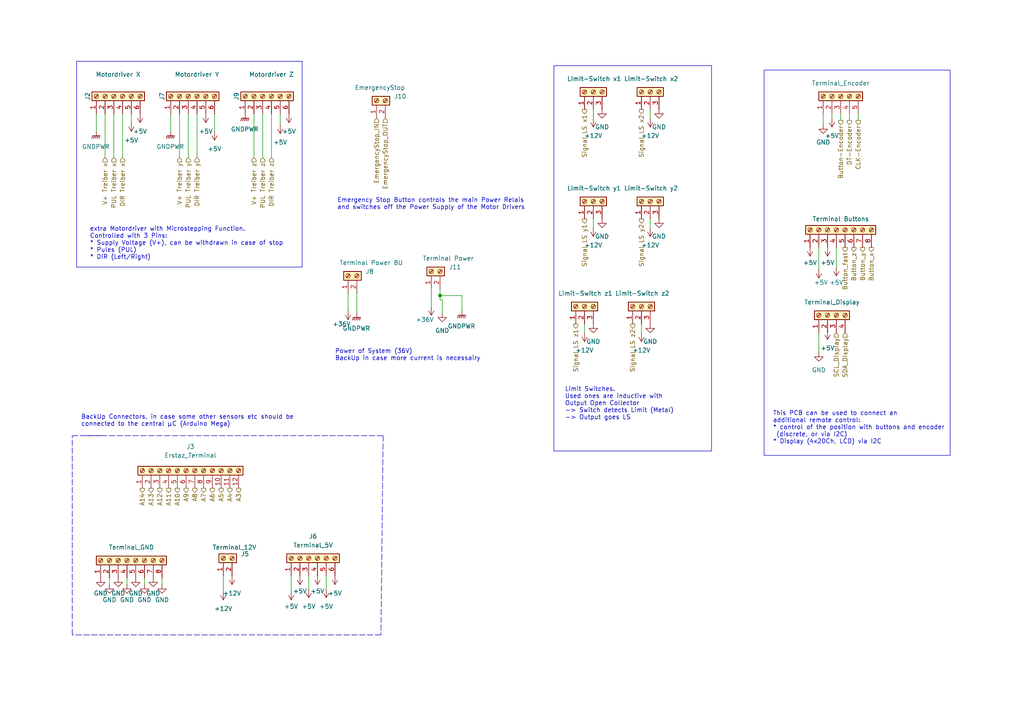
<source format=kicad_sch>
(kicad_sch (version 20231120) (generator "eeschema") (generator_version "8.0")
  (paper "A4")
  (lib_symbols
    (symbol "Connector:Screw_Terminal_01x02" (pin_names (offset 1.016) hide)
      (property "Reference" "J" (at 0 2.54 0))
      (property "Value" "Screw_Terminal_01x02" (at 0 -5.08 0))
      (symbol "Screw_Terminal_01x02_1_1"
        (rectangle (start -1.27 1.27) (end 1.27 -3.81) (stroke (width 0.254)) (fill (type background)))
        (circle (center 0 -2.54) (radius 0.635) (stroke (width 0.1524)))
        (polyline (pts (xy -0.5334 -2.2098) (xy 0.3302 -3.048)) (stroke (width 0.1524)))
        (polyline (pts (xy -0.5334 0.3302) (xy 0.3302 -0.508)) (stroke (width 0.1524)))
        (polyline (pts (xy -0.3556 -2.032) (xy 0.508 -2.8702)) (stroke (width 0.1524)))
        (polyline (pts (xy -0.3556 0.508) (xy 0.508 -0.3302)) (stroke (width 0.1524)))
        (circle (center 0 0) (radius 0.635) (stroke (width 0.1524)))
        (pin passive line (at -5.08 0 0) (length 3.81) (name "Pin_1") (number "1"))
        (pin passive line (at -5.08 -2.54 0) (length 3.81) (name "Pin_2") (number "2"))
      )
    )
    (symbol "Connector:Screw_Terminal_01x03" (pin_names (offset 1.016) hide)
      (property "Reference" "J" (at 0 5.08 0))
      (property "Value" "Screw_Terminal_01x03" (at 0 -5.08 0))
      (symbol "Screw_Terminal_01x03_1_1"
        (rectangle (start -1.27 3.81) (end 1.27 -3.81) (stroke (width 0.254)) (fill (type background)))
        (circle (center 0 -2.54) (radius 0.635) (stroke (width 0.1524)))
        (polyline (pts (xy -0.5334 -2.2098) (xy 0.3302 -3.048)) (stroke (width 0.1524)))
        (polyline (pts (xy -0.5334 0.3302) (xy 0.3302 -0.508)) (stroke (width 0.1524)))
        (polyline (pts (xy -0.5334 2.8702) (xy 0.3302 2.032)) (stroke (width 0.1524)))
        (polyline (pts (xy -0.3556 -2.032) (xy 0.508 -2.8702)) (stroke (width 0.1524)))
        (polyline (pts (xy -0.3556 0.508) (xy 0.508 -0.3302)) (stroke (width 0.1524)))
        (polyline (pts (xy -0.3556 3.048) (xy 0.508 2.2098)) (stroke (width 0.1524)))
        (circle (center 0 0) (radius 0.635) (stroke (width 0.1524)))
        (circle (center 0 2.54) (radius 0.635) (stroke (width 0.1524)))
        (pin passive line (at -5.08 2.54 0) (length 3.81) (name "Pin_1") (number "1"))
        (pin passive line (at -5.08 0 0) (length 3.81) (name "Pin_2") (number "2"))
        (pin passive line (at -5.08 -2.54 0) (length 3.81) (name "Pin_3") (number "3"))
      )
    )
    (symbol "Connector:Screw_Terminal_01x04" (pin_names (offset 1.016) hide)
      (property "Reference" "J" (at 0 5.08 0))
      (property "Value" "Screw_Terminal_01x04" (at 0 -7.62 0))
      (symbol "Screw_Terminal_01x04_1_1"
        (rectangle (start -1.27 3.81) (end 1.27 -6.35) (stroke (width 0.254)) (fill (type background)))
        (circle (center 0 -5.08) (radius 0.635) (stroke (width 0.1524)))
        (circle (center 0 -2.54) (radius 0.635) (stroke (width 0.1524)))
        (polyline (pts (xy -0.5334 -4.7498) (xy 0.3302 -5.588)) (stroke (width 0.1524)))
        (polyline (pts (xy -0.5334 -2.2098) (xy 0.3302 -3.048)) (stroke (width 0.1524)))
        (polyline (pts (xy -0.5334 0.3302) (xy 0.3302 -0.508)) (stroke (width 0.1524)))
        (polyline (pts (xy -0.5334 2.8702) (xy 0.3302 2.032)) (stroke (width 0.1524)))
        (polyline (pts (xy -0.3556 -4.572) (xy 0.508 -5.4102)) (stroke (width 0.1524)))
        (polyline (pts (xy -0.3556 -2.032) (xy 0.508 -2.8702)) (stroke (width 0.1524)))
        (polyline (pts (xy -0.3556 0.508) (xy 0.508 -0.3302)) (stroke (width 0.1524)))
        (polyline (pts (xy -0.3556 3.048) (xy 0.508 2.2098)) (stroke (width 0.1524)))
        (circle (center 0 0) (radius 0.635) (stroke (width 0.1524)))
        (circle (center 0 2.54) (radius 0.635) (stroke (width 0.1524)))
        (pin passive line (at -5.08 2.54 0) (length 3.81) (name "Pin_1") (number "1"))
        (pin passive line (at -5.08 0 0) (length 3.81) (name "Pin_2") (number "2"))
        (pin passive line (at -5.08 -2.54 0) (length 3.81) (name "Pin_3") (number "3"))
        (pin passive line (at -5.08 -5.08 0) (length 3.81) (name "Pin_4") (number "4"))
      )
    )
    (symbol "Connector:Screw_Terminal_01x05" (pin_names (offset 1.016) hide)
      (property "Reference" "J" (at 0 7.62 0))
      (property "Value" "Screw_Terminal_01x05" (at 0 -7.62 0))
      (symbol "Screw_Terminal_01x05_1_1"
        (rectangle (start -1.27 6.35) (end 1.27 -6.35) (stroke (width 0.254)) (fill (type background)))
        (circle (center 0 -5.08) (radius 0.635) (stroke (width 0.1524)))
        (circle (center 0 -2.54) (radius 0.635) (stroke (width 0.1524)))
        (polyline (pts (xy -0.5334 -4.7498) (xy 0.3302 -5.588)) (stroke (width 0.1524)))
        (polyline (pts (xy -0.5334 -2.2098) (xy 0.3302 -3.048)) (stroke (width 0.1524)))
        (polyline (pts (xy -0.5334 0.3302) (xy 0.3302 -0.508)) (stroke (width 0.1524)))
        (polyline (pts (xy -0.5334 2.8702) (xy 0.3302 2.032)) (stroke (width 0.1524)))
        (polyline (pts (xy -0.5334 5.4102) (xy 0.3302 4.572)) (stroke (width 0.1524)))
        (polyline (pts (xy -0.3556 -4.572) (xy 0.508 -5.4102)) (stroke (width 0.1524)))
        (polyline (pts (xy -0.3556 -2.032) (xy 0.508 -2.8702)) (stroke (width 0.1524)))
        (polyline (pts (xy -0.3556 0.508) (xy 0.508 -0.3302)) (stroke (width 0.1524)))
        (polyline (pts (xy -0.3556 3.048) (xy 0.508 2.2098)) (stroke (width 0.1524)))
        (polyline (pts (xy -0.3556 5.588) (xy 0.508 4.7498)) (stroke (width 0.1524)))
        (circle (center 0 0) (radius 0.635) (stroke (width 0.1524)))
        (circle (center 0 2.54) (radius 0.635) (stroke (width 0.1524)))
        (circle (center 0 5.08) (radius 0.635) (stroke (width 0.1524)))
        (pin passive line (at -5.08 5.08 0) (length 3.81) (name "Pin_1") (number "1"))
        (pin passive line (at -5.08 2.54 0) (length 3.81) (name "Pin_2") (number "2"))
        (pin passive line (at -5.08 0 0) (length 3.81) (name "Pin_3") (number "3"))
        (pin passive line (at -5.08 -2.54 0) (length 3.81) (name "Pin_4") (number "4"))
        (pin passive line (at -5.08 -5.08 0) (length 3.81) (name "Pin_5") (number "5"))
      )
    )
    (symbol "Connector:Screw_Terminal_01x06" (pin_names (offset 1.016) hide)
      (property "Reference" "J" (at 0 7.62 0))
      (property "Value" "Screw_Terminal_01x06" (at 0 -10.16 0))
      (symbol "Screw_Terminal_01x06_1_1"
        (rectangle (start -1.27 6.35) (end 1.27 -8.89) (stroke (width 0.254)) (fill (type background)))
        (circle (center 0 -7.62) (radius 0.635) (stroke (width 0.1524)))
        (circle (center 0 -5.08) (radius 0.635) (stroke (width 0.1524)))
        (circle (center 0 -2.54) (radius 0.635) (stroke (width 0.1524)))
        (polyline (pts (xy -0.5334 -7.2898) (xy 0.3302 -8.128)) (stroke (width 0.1524)))
        (polyline (pts (xy -0.5334 -4.7498) (xy 0.3302 -5.588)) (stroke (width 0.1524)))
        (polyline (pts (xy -0.5334 -2.2098) (xy 0.3302 -3.048)) (stroke (width 0.1524)))
        (polyline (pts (xy -0.5334 0.3302) (xy 0.3302 -0.508)) (stroke (width 0.1524)))
        (polyline (pts (xy -0.5334 2.8702) (xy 0.3302 2.032)) (stroke (width 0.1524)))
        (polyline (pts (xy -0.5334 5.4102) (xy 0.3302 4.572)) (stroke (width 0.1524)))
        (polyline (pts (xy -0.3556 -7.112) (xy 0.508 -7.9502)) (stroke (width 0.1524)))
        (polyline (pts (xy -0.3556 -4.572) (xy 0.508 -5.4102)) (stroke (width 0.1524)))
        (polyline (pts (xy -0.3556 -2.032) (xy 0.508 -2.8702)) (stroke (width 0.1524)))
        (polyline (pts (xy -0.3556 0.508) (xy 0.508 -0.3302)) (stroke (width 0.1524)))
        (polyline (pts (xy -0.3556 3.048) (xy 0.508 2.2098)) (stroke (width 0.1524)))
        (polyline (pts (xy -0.3556 5.588) (xy 0.508 4.7498)) (stroke (width 0.1524)))
        (circle (center 0 0) (radius 0.635) (stroke (width 0.1524)))
        (circle (center 0 2.54) (radius 0.635) (stroke (width 0.1524)))
        (circle (center 0 5.08) (radius 0.635) (stroke (width 0.1524)))
        (pin passive line (at -5.08 5.08 0) (length 3.81) (name "Pin_1") (number "1"))
        (pin passive line (at -5.08 2.54 0) (length 3.81) (name "Pin_2") (number "2"))
        (pin passive line (at -5.08 0 0) (length 3.81) (name "Pin_3") (number "3"))
        (pin passive line (at -5.08 -2.54 0) (length 3.81) (name "Pin_4") (number "4"))
        (pin passive line (at -5.08 -5.08 0) (length 3.81) (name "Pin_5") (number "5"))
        (pin passive line (at -5.08 -7.62 0) (length 3.81) (name "Pin_6") (number "6"))
      )
    )
    (symbol "Connector:Screw_Terminal_01x08" (pin_names (offset 1.016) hide)
      (property "Reference" "J" (at 0 10.16 0))
      (property "Value" "Screw_Terminal_01x08" (at 0 -12.7 0))
      (symbol "Screw_Terminal_01x08_1_1"
        (rectangle (start -1.27 8.89) (end 1.27 -11.43) (stroke (width 0.254)) (fill (type background)))
        (circle (center 0 -10.16) (radius 0.635) (stroke (width 0.1524)))
        (circle (center 0 -7.62) (radius 0.635) (stroke (width 0.1524)))
        (circle (center 0 -5.08) (radius 0.635) (stroke (width 0.1524)))
        (circle (center 0 -2.54) (radius 0.635) (stroke (width 0.1524)))
        (polyline (pts (xy -0.5334 -9.8298) (xy 0.3302 -10.668)) (stroke (width 0.1524)))
        (polyline (pts (xy -0.5334 -7.2898) (xy 0.3302 -8.128)) (stroke (width 0.1524)))
        (polyline (pts (xy -0.5334 -4.7498) (xy 0.3302 -5.588)) (stroke (width 0.1524)))
        (polyline (pts (xy -0.5334 -2.2098) (xy 0.3302 -3.048)) (stroke (width 0.1524)))
        (polyline (pts (xy -0.5334 0.3302) (xy 0.3302 -0.508)) (stroke (width 0.1524)))
        (polyline (pts (xy -0.5334 2.8702) (xy 0.3302 2.032)) (stroke (width 0.1524)))
        (polyline (pts (xy -0.5334 5.4102) (xy 0.3302 4.572)) (stroke (width 0.1524)))
        (polyline (pts (xy -0.5334 7.9502) (xy 0.3302 7.112)) (stroke (width 0.1524)))
        (polyline (pts (xy -0.3556 -9.652) (xy 0.508 -10.4902)) (stroke (width 0.1524)))
        (polyline (pts (xy -0.3556 -7.112) (xy 0.508 -7.9502)) (stroke (width 0.1524)))
        (polyline (pts (xy -0.3556 -4.572) (xy 0.508 -5.4102)) (stroke (width 0.1524)))
        (polyline (pts (xy -0.3556 -2.032) (xy 0.508 -2.8702)) (stroke (width 0.1524)))
        (polyline (pts (xy -0.3556 0.508) (xy 0.508 -0.3302)) (stroke (width 0.1524)))
        (polyline (pts (xy -0.3556 3.048) (xy 0.508 2.2098)) (stroke (width 0.1524)))
        (polyline (pts (xy -0.3556 5.588) (xy 0.508 4.7498)) (stroke (width 0.1524)))
        (polyline (pts (xy -0.3556 8.128) (xy 0.508 7.2898)) (stroke (width 0.1524)))
        (circle (center 0 0) (radius 0.635) (stroke (width 0.1524)))
        (circle (center 0 2.54) (radius 0.635) (stroke (width 0.1524)))
        (circle (center 0 5.08) (radius 0.635) (stroke (width 0.1524)))
        (circle (center 0 7.62) (radius 0.635) (stroke (width 0.1524)))
        (pin passive line (at -5.08 7.62 0) (length 3.81) (name "Pin_1") (number "1"))
        (pin passive line (at -5.08 5.08 0) (length 3.81) (name "Pin_2") (number "2"))
        (pin passive line (at -5.08 2.54 0) (length 3.81) (name "Pin_3") (number "3"))
        (pin passive line (at -5.08 0 0) (length 3.81) (name "Pin_4") (number "4"))
        (pin passive line (at -5.08 -2.54 0) (length 3.81) (name "Pin_5") (number "5"))
        (pin passive line (at -5.08 -5.08 0) (length 3.81) (name "Pin_6") (number "6"))
        (pin passive line (at -5.08 -7.62 0) (length 3.81) (name "Pin_7") (number "7"))
        (pin passive line (at -5.08 -10.16 0) (length 3.81) (name "Pin_8") (number "8"))
      )
    )
    (symbol "Connector:Screw_Terminal_01x12" (pin_names (offset 1.016) hide)
      (property "Reference" "J" (at 0 15.24 0))
      (property "Value" "Screw_Terminal_01x12" (at 0 -17.78 0))
      (symbol "Screw_Terminal_01x12_1_1"
        (rectangle (start -1.27 13.97) (end 1.27 -16.51) (stroke (width 0.254)) (fill (type background)))
        (circle (center 0 -15.24) (radius 0.635) (stroke (width 0.1524)))
        (circle (center 0 -12.7) (radius 0.635) (stroke (width 0.1524)))
        (circle (center 0 -10.16) (radius 0.635) (stroke (width 0.1524)))
        (circle (center 0 -7.62) (radius 0.635) (stroke (width 0.1524)))
        (circle (center 0 -5.08) (radius 0.635) (stroke (width 0.1524)))
        (circle (center 0 -2.54) (radius 0.635) (stroke (width 0.1524)))
        (polyline (pts (xy -0.5334 -14.9098) (xy 0.3302 -15.748)) (stroke (width 0.1524)))
        (polyline (pts (xy -0.5334 -12.3698) (xy 0.3302 -13.208)) (stroke (width 0.1524)))
        (polyline (pts (xy -0.5334 -9.8298) (xy 0.3302 -10.668)) (stroke (width 0.1524)))
        (polyline (pts (xy -0.5334 -7.2898) (xy 0.3302 -8.128)) (stroke (width 0.1524)))
        (polyline (pts (xy -0.5334 -4.7498) (xy 0.3302 -5.588)) (stroke (width 0.1524)))
        (polyline (pts (xy -0.5334 -2.2098) (xy 0.3302 -3.048)) (stroke (width 0.1524)))
        (polyline (pts (xy -0.5334 0.3302) (xy 0.3302 -0.508)) (stroke (width 0.1524)))
        (polyline (pts (xy -0.5334 2.8702) (xy 0.3302 2.032)) (stroke (width 0.1524)))
        (polyline (pts (xy -0.5334 5.4102) (xy 0.3302 4.572)) (stroke (width 0.1524)))
        (polyline (pts (xy -0.5334 7.9502) (xy 0.3302 7.112)) (stroke (width 0.1524)))
        (polyline (pts (xy -0.5334 10.4902) (xy 0.3302 9.652)) (stroke (width 0.1524)))
        (polyline (pts (xy -0.5334 13.0302) (xy 0.3302 12.192)) (stroke (width 0.1524)))
        (polyline (pts (xy -0.3556 -14.732) (xy 0.508 -15.5702)) (stroke (width 0.1524)))
        (polyline (pts (xy -0.3556 -12.192) (xy 0.508 -13.0302)) (stroke (width 0.1524)))
        (polyline (pts (xy -0.3556 -9.652) (xy 0.508 -10.4902)) (stroke (width 0.1524)))
        (polyline (pts (xy -0.3556 -7.112) (xy 0.508 -7.9502)) (stroke (width 0.1524)))
        (polyline (pts (xy -0.3556 -4.572) (xy 0.508 -5.4102)) (stroke (width 0.1524)))
        (polyline (pts (xy -0.3556 -2.032) (xy 0.508 -2.8702)) (stroke (width 0.1524)))
        (polyline (pts (xy -0.3556 0.508) (xy 0.508 -0.3302)) (stroke (width 0.1524)))
        (polyline (pts (xy -0.3556 3.048) (xy 0.508 2.2098)) (stroke (width 0.1524)))
        (polyline (pts (xy -0.3556 5.588) (xy 0.508 4.7498)) (stroke (width 0.1524)))
        (polyline (pts (xy -0.3556 8.128) (xy 0.508 7.2898)) (stroke (width 0.1524)))
        (polyline (pts (xy -0.3556 10.668) (xy 0.508 9.8298)) (stroke (width 0.1524)))
        (polyline (pts (xy -0.3556 13.208) (xy 0.508 12.3698)) (stroke (width 0.1524)))
        (circle (center 0 0) (radius 0.635) (stroke (width 0.1524)))
        (circle (center 0 2.54) (radius 0.635) (stroke (width 0.1524)))
        (circle (center 0 5.08) (radius 0.635) (stroke (width 0.1524)))
        (circle (center 0 7.62) (radius 0.635) (stroke (width 0.1524)))
        (circle (center 0 10.16) (radius 0.635) (stroke (width 0.1524)))
        (circle (center 0 12.7) (radius 0.635) (stroke (width 0.1524)))
        (pin passive line (at -5.08 12.7 0) (length 3.81) (name "Pin_1") (number "1"))
        (pin passive line (at -5.08 -10.16 0) (length 3.81) (name "Pin_10") (number "10"))
        (pin passive line (at -5.08 -12.7 0) (length 3.81) (name "Pin_11") (number "11"))
        (pin passive line (at -5.08 -15.24 0) (length 3.81) (name "Pin_12") (number "12"))
        (pin passive line (at -5.08 10.16 0) (length 3.81) (name "Pin_2") (number "2"))
        (pin passive line (at -5.08 7.62 0) (length 3.81) (name "Pin_3") (number "3"))
        (pin passive line (at -5.08 5.08 0) (length 3.81) (name "Pin_4") (number "4"))
        (pin passive line (at -5.08 2.54 0) (length 3.81) (name "Pin_5") (number "5"))
        (pin passive line (at -5.08 0 0) (length 3.81) (name "Pin_6") (number "6"))
        (pin passive line (at -5.08 -2.54 0) (length 3.81) (name "Pin_7") (number "7"))
        (pin passive line (at -5.08 -5.08 0) (length 3.81) (name "Pin_8") (number "8"))
        (pin passive line (at -5.08 -7.62 0) (length 3.81) (name "Pin_9") (number "9"))
      )
    )
    (symbol "power:+12V" (power) (pin_names (offset 0))
      (property "Value" "+12V" (at 0 3.556 0))
      (symbol "+12V_0_1"
        (polyline (pts (xy -0.762 1.27) (xy 0 2.54)))
        (polyline (pts (xy 0 0) (xy 0 2.54)))
        (polyline (pts (xy 0 2.54) (xy 0.762 1.27)))
      )
      (symbol "+12V_1_1"
        (pin power_in line (at 0 0 90) (length 0) hide (name "+12V") (number "1"))
      )
    )
    (symbol "power:+36V" (power) (pin_names (offset 0))
      (property "Value" "+36V" (at 0 3.556 0))
      (symbol "+36V_0_1"
        (polyline (pts (xy -0.762 1.27) (xy 0 2.54)))
        (polyline (pts (xy 0 0) (xy 0 2.54)))
        (polyline (pts (xy 0 2.54) (xy 0.762 1.27)))
      )
      (symbol "+36V_1_1"
        (pin power_in line (at 0 0 90) (length 0) hide (name "+36V") (number "1"))
      )
    )
    (symbol "power:+5V" (power) (pin_names (offset 0))
      (property "Value" "+5V" (at 0 3.556 0))
      (symbol "+5V_0_1"
        (polyline (pts (xy -0.762 1.27) (xy 0 2.54)))
        (polyline (pts (xy 0 0) (xy 0 2.54)))
        (polyline (pts (xy 0 2.54) (xy 0.762 1.27)))
      )
      (symbol "+5V_1_1"
        (pin power_in line (at 0 0 90) (length 0) hide (name "+5V") (number "1"))
      )
    )
    (symbol "power:GND" (power) (pin_names (offset 0))
      (property "Value" "GND" (at 0 -3.81 0))
      (symbol "GND_0_1"
        (polyline (pts (xy 0 0) (xy 0 -1.27) (xy 1.27 -1.27) (xy 0 -2.54) (xy -1.27 -1.27) (xy 0 -1.27)))
      )
      (symbol "GND_1_1"
        (pin power_in line (at 0 0 270) (length 0) hide (name "GND") (number "1"))
      )
    )
    (symbol "power:GNDPWR" (power) (pin_names (offset 0))
      (property "Value" "GNDPWR" (at 0 -3.302 0))
      (symbol "GNDPWR_0_1"
        (polyline (pts (xy 0 -1.27) (xy 0 0)))
        (polyline (pts (xy -1.016 -1.27) (xy -1.27 -2.032) (xy -1.27 -2.032)) (stroke (width 0.2032)))
        (polyline (pts (xy -0.508 -1.27) (xy -0.762 -2.032) (xy -0.762 -2.032)) (stroke (width 0.2032)))
        (polyline (pts (xy 0 -1.27) (xy -0.254 -2.032) (xy -0.254 -2.032)) (stroke (width 0.2032)))
        (polyline (pts (xy 0.508 -1.27) (xy 0.254 -2.032) (xy 0.254 -2.032)) (stroke (width 0.2032)))
        (polyline (pts (xy 1.016 -1.27) (xy -1.016 -1.27) (xy -1.016 -1.27)) (stroke (width 0.2032)))
        (polyline (pts (xy 1.016 -1.27) (xy 0.762 -2.032) (xy 0.762 -2.032) (xy 0.762 -2.032)) (stroke (width 0.2032)))
      )
      (symbol "GNDPWR_1_1"
        (pin power_in line (at 0 0 270) (length 0) hide (name "GNDPWR") (number "1"))
      )
    )
  )
  (junction (at 127.635 85.725))
  (wire (pts (xy 73.66 33.02) (xy 73.66 45.72)))
  (wire (pts (xy 246.38 33.02) (xy 246.38 34.925)))
  (polyline (pts (xy 111.125 126.365) (xy 110.49 184.15)) (stroke (width 0) (type dash)))
  (wire (pts (xy 186.055 96.52) (xy 186.055 93.98)))
  (wire (pts (xy 188.595 34.29) (xy 188.595 31.75)))
  (wire (pts (xy 52.07 33.02) (xy 52.07 45.72)))
  (wire (pts (xy 38.1 35.56) (xy 38.1 33.02)))
  (wire (pts (xy 127.635 86.995) (xy 128.27 86.995)))
  (wire (pts (xy 30.48 33.02) (xy 30.48 45.72)))
  (wire (pts (xy 133.985 85.725) (xy 127.635 85.725)))
  (wire (pts (xy 241.3 34.29) (xy 241.3 33.02)))
  (wire (pts (xy 169.545 96.52) (xy 169.545 93.98)))
  (wire (pts (xy 81.28 36.195) (xy 81.28 33.02)))
  (wire (pts (xy 89.535 170.815) (xy 89.535 167.005)))
  (wire (pts (xy 100.965 85.09) (xy 100.965 90.17)))
  (wire (pts (xy 238.76 36.195) (xy 238.76 33.02)))
  (wire (pts (xy 49.53 38.1) (xy 49.53 33.02)))
  (wire (pts (xy 128.27 90.805) (xy 128.27 86.995)))
  (wire (pts (xy 248.92 33.02) (xy 248.92 34.925)))
  (wire (pts (xy 127.635 85.725) (xy 127.635 86.995)))
  (polyline (pts (xy 20.955 184.15) (xy 20.955 126.365)) (stroke (width 0) (type dash)))
  (wire (pts (xy 33.02 45.72) (xy 33.02 33.02)))
  (wire (pts (xy 127.635 83.82) (xy 127.635 85.725)))
  (wire (pts (xy 133.985 90.17) (xy 133.985 85.725)))
  (wire (pts (xy 64.77 171.45) (xy 64.77 167.005)))
  (wire (pts (xy 78.74 45.72) (xy 78.74 33.02)))
  (wire (pts (xy 240.03 95.885) (xy 240.03 96.52)))
  (wire (pts (xy 54.61 45.72) (xy 54.61 33.02)))
  (wire (pts (xy 41.91 169.545) (xy 41.91 167.64)))
  (polyline (pts (xy 20.955 126.365) (xy 29.845 126.365)) (stroke (width 0) (type dash)))
  (wire (pts (xy 62.23 38.1) (xy 62.23 33.02)))
  (wire (pts (xy 35.56 45.72) (xy 35.56 33.02)))
  (wire (pts (xy 172.085 66.04) (xy 172.085 63.5)))
  (wire (pts (xy 36.83 169.545) (xy 36.83 167.64)))
  (wire (pts (xy 57.15 45.72) (xy 57.15 33.02)))
  (polyline (pts (xy 110.49 184.15) (xy 20.955 184.15)) (stroke (width 0) (type dash)))
  (wire (pts (xy 84.455 171.45) (xy 84.455 167.005)))
  (wire (pts (xy 94.615 170.815) (xy 94.615 167.005)))
  (polyline (pts (xy 24.765 126.365) (xy 111.125 126.365)) (stroke (width 0) (type dash)))
  (wire (pts (xy 237.49 78.105) (xy 237.49 71.755)))
  (wire (pts (xy 27.94 38.1) (xy 27.94 33.02)))
  (wire (pts (xy 172.085 34.29) (xy 172.085 31.75)))
  (wire (pts (xy 242.57 77.47) (xy 242.57 71.755)))
  (wire (pts (xy 46.99 169.545) (xy 46.99 167.64)))
  (wire (pts (xy 125.095 83.82) (xy 125.095 88.9)))
  (wire (pts (xy 31.75 169.545) (xy 31.75 167.64)))
  (wire (pts (xy 103.505 85.09) (xy 103.505 90.805)))
  (wire (pts (xy 243.84 33.02) (xy 243.84 34.925)))
  (wire (pts (xy 188.595 66.04) (xy 188.595 63.5)))
  (wire (pts (xy 76.2 45.72) (xy 76.2 33.02)))
  (wire (pts (xy 237.49 96.52) (xy 237.49 102.235)))
  (rectangle (start 160.655 19.05) (end 206.375 130.81))
  (rectangle (start 22.225 17.78) (end 87.63 77.47))
  (rectangle (start 221.615 20.32) (end 275.59 132.08))
  (text "Power of System (36V)\nBackUp in case more current is necessairy" (at 97.155 104.775 0) (effects (font (size 1.27 1.27)) (justify left bottom)))
  (text "Emergency Stop Button controls the main Power Relais \nand switches off the Power Supply of the Motor Drivers" (at 97.79 60.96 0) (effects (font (size 1.27 1.27)) (justify left bottom)))
  (text "This PCB can be used to connect an \nadditional remote control:\n* control of the position with buttons and encoder \n (discrete, or via I2C)\n* Display (4x20Ch, LCD) via I2C" (at 224.155 128.905 0) (effects (font (size 1.27 1.27)) (justify left bottom)))
  (text "extra Motordriver with Microstepping Function.\nControlled with 3 Pins:\n* Supply Voltage (V+), can be withdrawn in case of stop\n* Pules (PUL)\n* DIR (Left/Right)\n\n" (at 26.035 77.47 0) (effects (font (size 1.27 1.27)) (justify left bottom)))
  (text "Limit Switches. \nUsed ones are inductive with \nOutput Open Collector\n-> Switch detects Limit (Metal)\n-> Output goes LS\n" (at 163.83 121.92 0) (effects (font (size 1.27 1.27)) (justify left bottom)))
  (text "BackUp Connectors, in case some other sensors etc should be \nconnected to the central µC (Arduino Mega)" (at 23.495 123.825 0) (effects (font (size 1.27 1.27)) (justify left bottom)))
  (hierarchical_label "DT-Encoder" (shape output) (at 246.38 34.925 270))
  (hierarchical_label "A14" (shape output) (at 41.275 141.605 270))
  (hierarchical_label "DIR Treiber z" (shape input) (at 78.74 45.72 270))
  (hierarchical_label "A10" (shape output) (at 51.435 141.605 270))
  (hierarchical_label "A8" (shape output) (at 56.515 141.605 270))
  (hierarchical_label "CLK-Encoder" (shape output) (at 248.92 34.925 270))
  (hierarchical_label "V+ Treiber z" (shape input) (at 73.66 45.72 270))
  (hierarchical_label "Signal LS y2" (shape output) (at 186.055 63.5 270))
  (hierarchical_label "DIR Treiber y" (shape input) (at 57.15 45.72 270))
  (hierarchical_label "Signal LS z1" (shape output) (at 167.005 93.98 270))
  (hierarchical_label "A5" (shape output) (at 64.135 141.605 270))
  (hierarchical_label "PUL Treiber y" (shape input) (at 54.61 45.72 270))
  (hierarchical_label "A9" (shape output) (at 53.975 141.605 270))
  (hierarchical_label "A13" (shape output) (at 43.815 141.605 270))
  (hierarchical_label "DIR Treiber x" (shape input) (at 35.56 45.72 270))
  (hierarchical_label "PUL Treiber x" (shape input) (at 33.02 45.72 270))
  (hierarchical_label "Button_x" (shape output) (at 252.73 71.755 270))
  (hierarchical_label "V+ Treiber x" (shape input) (at 30.48 45.72 270))
  (hierarchical_label "EmergencyStop_IN" (shape input) (at 109.22 34.29 270))
  (hierarchical_label "Signal LS z2" (shape output) (at 183.515 93.98 270))
  (hierarchical_label "Button_fast" (shape output) (at 245.11 71.755 270))
  (hierarchical_label "A11" (shape output) (at 48.895 141.605 270))
  (hierarchical_label "A7" (shape output) (at 59.055 141.605 270))
  (hierarchical_label "A4" (shape output) (at 66.675 141.605 270))
  (hierarchical_label "Button_z" (shape output) (at 247.65 71.755 270))
  (hierarchical_label "V+ Treiber y" (shape input) (at 52.07 45.72 270))
  (hierarchical_label "A3" (shape output) (at 69.215 141.605 270))
  (hierarchical_label "A12" (shape output) (at 46.355 141.605 270))
  (hierarchical_label "SCL_Display" (shape input) (at 242.57 96.52 270))
  (hierarchical_label "SDA_Display" (shape input) (at 245.11 96.52 270))
  (hierarchical_label "A6" (shape output) (at 61.595 141.605 270))
  (hierarchical_label "EmergencyStop_OUT" (shape input) (at 111.76 34.29 270))
  (hierarchical_label "PUL Treiber z" (shape input) (at 76.2 45.72 270))
  (hierarchical_label "Signal LS x1" (shape output) (at 169.545 31.75 270))
  (hierarchical_label "Signal LS y1" (shape output) (at 169.545 63.5 270))
  (hierarchical_label "Button_y" (shape output) (at 250.19 71.755 270))
  (hierarchical_label "Button-Encoder" (shape output) (at 243.84 34.925 270))
  (hierarchical_label "Signal LS x2" (shape output) (at 186.055 31.75 270))
  (symbol (lib_id "power:+5V") (at 242.57 77.47 180) (unit 1)
    (property "Reference" "#PWR0144" (effects (hide yes)))
    (property "Value" "+5V" (at 242.57 81.915 0))
  )
  (symbol (lib_id "power:+12V") (at 188.595 34.29 180) (unit 1)
    (property "Reference" "#PWR0123" (effects (hide yes)))
    (property "Value" "+12V" (at 188.595 39.37 0))
  )
  (symbol (lib_id "power:+12V") (at 172.085 34.29 180) (unit 1)
    (property "Reference" "#PWR0124" (effects (hide yes)))
    (property "Value" "+12V" (at 172.085 39.37 0))
  )
  (symbol (lib_id "power:+5V") (at 86.995 167.005 180) (unit 1)
    (property "Reference" "#PWR0140" (effects (hide yes)))
    (property "Value" "+5V" (at 86.995 171.45 0))
  )
  (symbol (lib_id "Connector:Screw_Terminal_01x06") (at 33.02 27.94 90) (unit 1)
    (property "Reference" "J2" (at 25.4 27.94 0))
    (property "Value" "Motordriver X" (at 34.29 21.59 90))
    (property "Footprint" "Connector_Phoenix_MC:PhoenixContact_MC_1,5_6-G-3.81_1x06_P3.81mm_Horizontal" (effects (hide yes)))
  )
  (symbol (lib_id "power:+5V") (at 81.28 36.195 180) (unit 1)
    (property "Reference" "#PWR0160" (effects (hide yes)))
    (property "Value" "+5V" (at 81.28 41.275 0))
  )
  (symbol (lib_id "power:+12V") (at 172.085 66.04 180) (unit 1)
    (property "Reference" "#PWR0121" (effects (hide yes)))
    (property "Value" "+12V" (at 172.085 71.12 0))
  )
  (symbol (lib_id "power:+12V") (at 188.595 66.04 180) (unit 1)
    (property "Reference" "#PWR0133" (effects (hide yes)))
    (property "Value" "+12V" (at 188.595 71.12 0))
  )
  (symbol (lib_id "power:+12V") (at 64.77 171.45 180) (unit 1)
    (property "Reference" "#PWR0114" (effects (hide yes)))
    (property "Value" "+12V" (at 64.77 176.53 0))
  )
  (symbol (lib_id "power:+36V") (at 125.095 88.9 180) (unit 1)
    (property "Reference" "#PWR0128" (effects (hide yes)))
    (property "Value" "+36V" (at 123.19 92.71 0))
  )
  (symbol (lib_id "power:+5V") (at 59.69 33.02 180) (unit 1)
    (property "Reference" "#PWR0156" (effects (hide yes)))
    (property "Value" "+5V" (at 59.69 38.1 0))
  )
  (symbol (lib_id "power:+5V") (at 240.03 95.885 180) (unit 1)
    (property "Reference" "#PWR0154" (effects (hide yes)))
    (property "Value" "+5V" (at 240.03 100.965 0))
  )
  (symbol (lib_id "Connector:Screw_Terminal_01x03") (at 172.085 58.42 90) (unit 1)
    (property "Reference" "J14" (effects (hide yes)))
    (property "Value" "Limit-Switch y1" (at 164.465 54.61 90) (effects (justify right)))
    (property "Footprint" "Connector_Phoenix_MC:PhoenixContact_MC_1,5_3-G-3.81_1x03_P3.81mm_Horizontal" (effects (hide yes)))
  )
  (symbol (lib_id "power:GND") (at 237.49 102.235 0) (unit 1)
    (property "Reference" "#PWR0153" (effects (hide yes)))
    (property "Value" "GND" (at 237.49 107.315 0))
  )
  (symbol (lib_id "power:+5V") (at 240.03 71.755 180) (unit 1)
    (property "Reference" "#PWR0148" (effects (hide yes)))
    (property "Value" "+5V" (at 240.03 76.2 0))
  )
  (symbol (lib_id "power:GND") (at 174.625 31.75 0) (unit 1)
    (property "Reference" "#PWR0125" (effects (hide yes)))
    (property "Value" "GND" (at 174.625 36.83 0))
  )
  (symbol (lib_id "power:GND") (at 188.595 93.98 0) (unit 1)
    (property "Reference" "#PWR0130" (effects (hide yes)))
    (property "Value" "GND" (at 188.595 99.06 0))
  )
  (symbol (lib_id "power:+36V") (at 100.965 90.17 180) (unit 1)
    (property "Reference" "#PWR0231" (effects (hide yes)))
    (property "Value" "+36V" (at 99.06 93.98 0))
  )
  (symbol (lib_id "Connector:Screw_Terminal_01x04") (at 240.03 91.44 90) (unit 1)
    (property "Reference" "J1" (effects (hide yes)))
    (property "Value" "Terminal_Display" (at 241.3 87.63 90))
    (property "Footprint" "Connector_Phoenix_MC:PhoenixContact_MC_1,5_4-G-3.81_1x04_P3.81mm_Horizontal" (effects (hide yes)))
  )
  (symbol (lib_id "Connector:Screw_Terminal_01x05") (at 243.84 27.94 90) (unit 1)
    (property "Reference" "J19" (effects (hide yes)))
    (property "Value" "Terminal_Encoder" (at 243.84 24.13 90))
    (property "Footprint" "Connector_Phoenix_MC:PhoenixContact_MC_1,5_5-G-3.81_1x05_P3.81mm_Horizontal" (effects (hide yes)))
  )
  (symbol (lib_id "power:GNDPWR") (at 27.94 38.1 0) (unit 1)
    (property "Reference" "#PWR0155" (effects (hide yes)))
    (property "Value" "GNDPWR" (at 27.813 42.545 0))
  )
  (symbol (lib_id "power:+12V") (at 67.31 167.005 180) (unit 1)
    (property "Reference" "#PWR0115" (effects (hide yes)))
    (property "Value" "+12V" (at 67.31 172.085 0))
  )
  (symbol (lib_id "power:GND") (at 191.135 63.5 0) (unit 1)
    (property "Reference" "#PWR0134" (effects (hide yes)))
    (property "Value" "GND" (at 191.135 68.58 0))
  )
  (symbol (lib_id "power:+5V") (at 94.615 170.815 180) (unit 1)
    (property "Reference" "#PWR0141" (effects (hide yes)))
    (property "Value" "+5V" (at 94.615 175.895 0))
  )
  (symbol (lib_id "power:+5V") (at 237.49 78.105 180) (unit 1)
    (property "Reference" "#PWR0145" (effects (hide yes)))
    (property "Value" "+5V" (at 238.125 81.915 0))
  )
  (symbol (lib_id "power:+5V") (at 92.075 167.005 180) (unit 1)
    (property "Reference" "#PWR0138" (effects (hide yes)))
    (property "Value" "+5V" (at 92.075 171.45 0))
  )
  (symbol (lib_id "power:GNDPWR") (at 103.505 90.805 0) (unit 1)
    (property "Reference" "#PWR0213" (effects (hide yes)))
    (property "Value" "GNDPWR" (at 103.378 95.25 0))
  )
  (symbol (lib_id "Connector:Screw_Terminal_01x06") (at 89.535 161.925 90) (unit 1)
    (property "Reference" "J6" (at 90.805 155.575 90))
    (property "Value" "Terminal_5V" (at 90.805 158.115 90))
    (property "Footprint" "Connector_Phoenix_MC:PhoenixContact_MC_1,5_6-G-3.81_1x06_P3.81mm_Horizontal" (effects (hide yes)))
  )
  (symbol (lib_id "power:+5V") (at 83.82 33.02 180) (unit 1)
    (property "Reference" "#PWR0159" (effects (hide yes)))
    (property "Value" "+5V" (at 83.82 38.1 0))
  )
  (symbol (lib_id "Connector:Screw_Terminal_01x08") (at 242.57 66.675 90) (unit 1)
    (property "Reference" "J18" (effects (hide yes)))
    (property "Value" "Terminal Buttons" (at 243.84 63.5 90))
    (property "Footprint" "Connector_Phoenix_MC:PhoenixContact_MC_1,5_8-G-3.81_1x08_P3.81mm_Horizontal" (effects (hide yes)))
  )
  (symbol (lib_id "power:+5V") (at 89.535 170.815 180) (unit 1)
    (property "Reference" "#PWR0142" (effects (hide yes)))
    (property "Value" "+5V" (at 89.535 175.895 0))
  )
  (symbol (lib_id "Connector:Screw_Terminal_01x02") (at 100.965 80.01 90) (unit 1)
    (property "Reference" "J8" (at 106.045 78.7399 90) (effects (justify right)))
    (property "Value" "Terminal Power BU" (at 98.425 76.2 90) (effects (justify right)))
    (property "Footprint" "Connector_Phoenix_MC:PhoenixContact_MC_1,5_2-G-3.81_1x02_P3.81mm_Horizontal" (effects (hide yes)))
  )
  (symbol (lib_id "Connector:Screw_Terminal_01x03") (at 186.055 88.9 90) (unit 1)
    (property "Reference" "J15" (effects (hide yes)))
    (property "Value" "Limit-Switch z2" (at 178.435 85.09 90) (effects (justify right)))
    (property "Footprint" "Connector_Phoenix_MC:PhoenixContact_MC_1,5_3-G-3.81_1x03_P3.81mm_Horizontal" (effects (hide yes)))
  )
  (symbol (lib_id "power:GNDPWR") (at 71.12 33.02 0) (unit 1)
    (property "Reference" "#PWR0255" (effects (hide yes)))
    (property "Value" "GNDPWR" (at 70.993 37.465 0))
  )
  (symbol (lib_id "Connector:Screw_Terminal_01x08") (at 36.83 162.56 90) (unit 1)
    (property "Reference" "J4" (effects (hide yes)))
    (property "Value" "Terminal_GND" (at 38.1 158.75 90))
    (property "Footprint" "Connector_Phoenix_MC:PhoenixContact_MC_1,5_8-G-3.81_1x08_P3.81mm_Horizontal" (effects (hide yes)))
  )
  (symbol (lib_id "power:+5V") (at 40.64 33.02 180) (unit 1)
    (property "Reference" "#PWR0151" (effects (hide yes)))
    (property "Value" "+5V" (at 40.64 38.1 0))
  )
  (symbol (lib_id "power:GND") (at 31.75 169.545 0) (unit 1)
    (property "Reference" "#PWR0116" (effects (hide yes)))
    (property "Value" "GND" (at 31.75 173.99 0))
  )
  (symbol (lib_id "power:GNDPWR") (at 133.985 90.17 0) (unit 1)
    (property "Reference" "#PWR0232" (effects (hide yes)))
    (property "Value" "GNDPWR" (at 133.858 94.615 0))
  )
  (symbol (lib_id "Connector:Screw_Terminal_01x03") (at 188.595 26.67 90) (unit 1)
    (property "Reference" "J16" (effects (hide yes)))
    (property "Value" "Limit-Switch x2" (at 180.975 22.86 90) (effects (justify right)))
    (property "Footprint" "Connector_Phoenix_MC:PhoenixContact_MC_1,5_3-G-3.81_1x03_P3.81mm_Horizontal" (effects (hide yes)))
  )
  (symbol (lib_id "power:GND") (at 238.76 36.195 0) (unit 1)
    (property "Reference" "#PWR0146" (effects (hide yes)))
    (property "Value" "GND" (at 238.76 41.275 0))
  )
  (symbol (lib_id "power:GND") (at 44.45 167.64 0) (unit 1)
    (property "Reference" "#PWR0135" (effects (hide yes)))
    (property "Value" "GND" (at 44.45 172.085 0))
  )
  (symbol (lib_id "Connector:Screw_Terminal_01x03") (at 188.595 58.42 90) (unit 1)
    (property "Reference" "J17" (effects (hide yes)))
    (property "Value" "Limit-Switch y2" (at 180.975 54.61 90) (effects (justify right)))
    (property "Footprint" "Connector_Phoenix_MC:PhoenixContact_MC_1,5_3-G-3.81_1x03_P3.81mm_Horizontal" (effects (hide yes)))
  )
  (symbol (lib_id "power:+5V") (at 234.95 71.755 180) (unit 1)
    (property "Reference" "#PWR0149" (effects (hide yes)))
    (property "Value" "+5V" (at 234.95 76.2 0))
  )
  (symbol (lib_id "power:GNDPWR") (at 49.53 38.1 0) (unit 1)
    (property "Reference" "#PWR0150" (effects (hide yes)))
    (property "Value" "GNDPWR" (at 49.403 42.545 0))
  )
  (symbol (lib_id "Connector:Screw_Terminal_01x03") (at 169.545 88.9 90) (unit 1)
    (property "Reference" "J12" (effects (hide yes)))
    (property "Value" "Limit-Switch z1" (at 161.925 85.09 90) (effects (justify right)))
    (property "Footprint" "Connector_Phoenix_MC:PhoenixContact_MC_1,5_3-G-3.81_1x03_P3.81mm_Horizontal" (effects (hide yes)))
  )
  (symbol (lib_id "power:GND") (at 174.625 63.5 0) (unit 1)
    (property "Reference" "#PWR0122" (effects (hide yes)))
    (property "Value" "GND" (at 174.625 68.58 0))
  )
  (symbol (lib_id "power:+12V") (at 186.055 96.52 180) (unit 1)
    (property "Reference" "#PWR0131" (effects (hide yes)))
    (property "Value" "+12V" (at 186.055 101.6 0))
  )
  (symbol (lib_id "Connector:Screw_Terminal_01x03") (at 172.085 26.67 90) (unit 1)
    (property "Reference" "J13" (effects (hide yes)))
    (property "Value" "Limit-Switch x1" (at 164.465 22.86 90) (effects (justify right)))
    (property "Footprint" "Connector_Phoenix_MC:PhoenixContact_MC_1,5_3-G-3.81_1x03_P3.81mm_Horizontal" (effects (hide yes)))
  )
  (symbol (lib_id "Connector:Screw_Terminal_01x06") (at 54.61 27.94 90) (unit 1)
    (property "Reference" "J7" (at 46.99 27.94 0))
    (property "Value" "Motordriver Y" (at 57.15 21.59 90))
    (property "Footprint" "Connector_Phoenix_MC:PhoenixContact_MC_1,5_6-G-3.81_1x06_P3.81mm_Horizontal" (effects (hide yes)))
  )
  (symbol (lib_id "power:GND") (at 29.21 167.64 0) (unit 1)
    (property "Reference" "#PWR0119" (effects (hide yes)))
    (property "Value" "GND" (at 29.21 172.085 0))
  )
  (symbol (lib_id "power:+5V") (at 84.455 171.45 180) (unit 1)
    (property "Reference" "#PWR0143" (effects (hide yes)))
    (property "Value" "+5V" (at 84.455 175.895 0))
  )
  (symbol (lib_id "power:+5V") (at 97.155 167.005 180) (unit 1)
    (property "Reference" "#PWR0139" (effects (hide yes)))
    (property "Value" "+5V" (at 97.155 172.085 0))
  )
  (symbol (lib_id "power:+5V") (at 62.23 38.1 180) (unit 1)
    (property "Reference" "#PWR0157" (effects (hide yes)))
    (property "Value" "+5V" (at 62.23 43.18 0))
  )
  (symbol (lib_id "Connector:Screw_Terminal_01x06") (at 76.2 27.94 90) (unit 1)
    (property "Reference" "J9" (at 68.58 27.94 0))
    (property "Value" "Motordriver Z" (at 78.74 21.59 90))
    (property "Footprint" "Connector_Phoenix_MC:PhoenixContact_MC_1,5_6-G-3.81_1x06_P3.81mm_Horizontal" (effects (hide yes)))
  )
  (symbol (lib_id "power:GND") (at 36.83 169.545 0) (unit 1)
    (property "Reference" "#PWR0117" (effects (hide yes)))
    (property "Value" "GND" (at 36.83 173.99 0))
  )
  (symbol (lib_id "power:+12V") (at 169.545 96.52 180) (unit 1)
    (property "Reference" "#PWR0129" (effects (hide yes)))
    (property "Value" "+12V" (at 169.545 101.6 0))
  )
  (symbol (lib_id "Connector:Screw_Terminal_01x02") (at 64.77 161.925 90) (unit 1)
    (property "Reference" "J5" (at 69.85 160.6549 90) (effects (justify right)))
    (property "Value" "Terminal_12V" (at 61.595 158.75 90) (effects (justify right)))
    (property "Footprint" "Connector_Phoenix_MC:PhoenixContact_MC_1,5_2-G-3.81_1x02_P3.81mm_Horizontal" (effects (hide yes)))
  )
  (symbol (lib_id "power:GND") (at 41.91 169.545 0) (unit 1)
    (property "Reference" "#PWR0137" (effects (hide yes)))
    (property "Value" "GND" (at 41.91 173.99 0))
  )
  (symbol (lib_id "power:GND") (at 39.37 167.64 0) (unit 1)
    (property "Reference" "#PWR0118" (effects (hide yes)))
    (property "Value" "GND" (at 39.37 172.085 0))
  )
  (symbol (lib_id "power:GND") (at 191.135 31.75 0) (unit 1)
    (property "Reference" "#PWR0126" (effects (hide yes)))
    (property "Value" "GND" (at 191.135 36.83 0))
  )
  (symbol (lib_id "power:+5V") (at 241.3 34.29 180) (unit 1)
    (property "Reference" "#PWR0147" (effects (hide yes)))
    (property "Value" "+5V" (at 241.3 39.37 0))
  )
  (symbol (lib_id "power:+5V") (at 38.1 35.56 180) (unit 1)
    (property "Reference" "#PWR0152" (effects (hide yes)))
    (property "Value" "+5V" (at 38.1 40.64 0))
  )
  (symbol (lib_id "power:GND") (at 172.085 93.98 0) (unit 1)
    (property "Reference" "#PWR0132" (effects (hide yes)))
    (property "Value" "GND" (at 172.085 99.06 0))
  )
  (symbol (lib_id "power:GND") (at 46.99 169.545 0) (unit 1)
    (property "Reference" "#PWR0136" (effects (hide yes)))
    (property "Value" "GND" (at 46.99 173.99 0))
  )
  (symbol (lib_id "power:GND") (at 128.27 90.805 0) (unit 1)
    (property "Reference" "#PWR0127" (effects (hide yes)))
    (property "Value" "GND" (at 128.27 95.885 0))
  )
  (symbol (lib_id "power:GND") (at 34.29 167.64 0) (unit 1)
    (property "Reference" "#PWR0120" (effects (hide yes)))
    (property "Value" "GND" (at 34.29 172.085 0))
  )
  (symbol (lib_id "Connector:Screw_Terminal_01x12") (at 53.975 136.525 90) (unit 1)
    (property "Reference" "J3" (at 55.245 129.54 90))
    (property "Value" "Erstaz_Terminal" (at 55.245 132.08 90))
    (property "Footprint" "Connector_Phoenix_MC:PhoenixContact_MC_1,5_12-G-3.81_1x12_P3.81mm_Horizontal" (effects (hide yes)))
  )
  (symbol (lib_id "Connector:Screw_Terminal_01x02") (at 125.095 78.74 90) (unit 1)
    (property "Reference" "J11" (at 130.175 77.4699 90) (effects (justify right)))
    (property "Value" "Terminal Power" (at 122.555 74.93 90) (effects (justify right)))
    (property "Footprint" "Connector_Phoenix_MC:PhoenixContact_MC_1,5_2-G-3.81_1x02_P3.81mm_Horizontal" (effects (hide yes)))
  )
  (symbol (lib_id "Connector:Screw_Terminal_01x02") (at 109.22 29.21 90) (unit 1)
    (property "Reference" "J10" (at 114.3 27.9399 90) (effects (justify right)))
    (property "Value" "EmergencyStop" (at 102.87 25.4 90) (effects (justify right)))
    (property "Footprint" "Connector_Phoenix_MC:PhoenixContact_MC_1,5_2-G-3.81_1x02_P3.81mm_Horizontal" (effects (hide yes)))
  )
)
</source>
